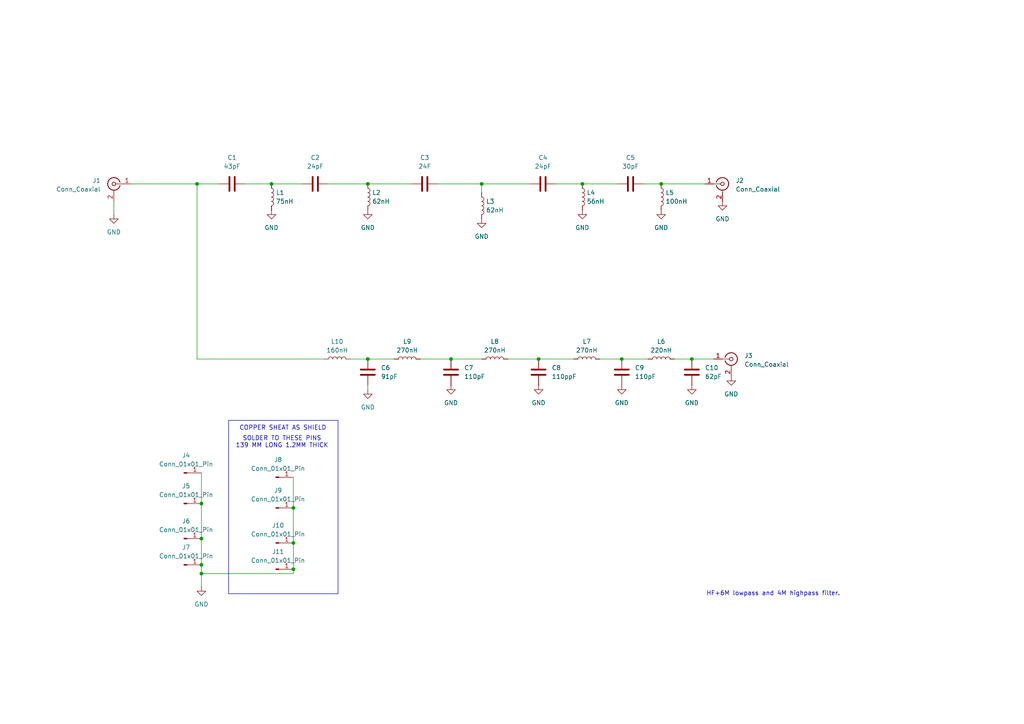
<source format=kicad_sch>
(kicad_sch (version 20231120) (generator "eeschema") (generator_version "8.0")
  (paper "A4")
  (lib_symbols
    (symbol "Connector:Conn_01x01_Pin" (pin_names (offset 1.016) hide)
      (property "Reference" "J" (at 0 2.54 0))
      (property "Value" "Conn_01x01_Pin" (at 0 -2.54 0))
      (symbol "Conn_01x01_Pin_1_1"
        (polyline (pts (xy 1.27 0) (xy 0.8636 0)) (stroke (width 0.1524)))
        (rectangle (start 0.8636 0.127) (end 0 -0.127) (stroke (width 0.1524)) (fill (type outline)))
        (pin passive line (at 5.08 0 180) (length 3.81) (name "Pin_1") (number "1"))
      )
    )
    (symbol "Connector:Conn_Coaxial" (pin_names (offset 1.016) hide)
      (property "Reference" "J" (at 0.254 3.048 0))
      (property "Value" "Conn_Coaxial" (at 2.921 0 90))
      (symbol "Conn_Coaxial_0_1"
        (arc (start -1.778 -0.508) (mid 0.2311 -1.8066) (end 1.778 0) (stroke (width 0.254)))
        (polyline (pts (xy -2.54 0) (xy -0.508 0)))
        (polyline (pts (xy 0 -2.54) (xy 0 -1.778)))
        (circle (center 0 0) (radius 0.508) (stroke (width 0.2032)))
        (arc (start 1.778 0) (mid 0.2099 1.8101) (end -1.778 0.508) (stroke (width 0.254)))
      )
      (symbol "Conn_Coaxial_1_1"
        (pin passive line (at -5.08 0 0) (length 2.54) (name "In") (number "1"))
        (pin passive line (at 0 -5.08 90) (length 2.54) (name "Ext") (number "2"))
      )
    )
    (symbol "Device:C" (pin_numbers hide) (pin_names (offset 0.254))
      (property "Reference" "C" (at 0.635 2.54 0))
      (property "Value" "C" (at 0.635 -2.54 0))
      (symbol "C_0_1"
        (polyline (pts (xy -2.032 -0.762) (xy 2.032 -0.762)) (stroke (width 0.508)))
        (polyline (pts (xy -2.032 0.762) (xy 2.032 0.762)) (stroke (width 0.508)))
      )
      (symbol "C_1_1"
        (pin passive line (at 0 3.81 270) (length 2.794) (name "~") (number "1"))
        (pin passive line (at 0 -3.81 90) (length 2.794) (name "~") (number "2"))
      )
    )
    (symbol "Device:L" (pin_numbers hide) (pin_names (offset 1.016) hide)
      (property "Reference" "L" (at -1.27 0 90))
      (property "Value" "L" (at 1.905 0 90))
      (symbol "L_0_1"
        (arc (start 0 -2.54) (mid 0.6323 -1.905) (end 0 -1.27))
        (arc (start 0 -1.27) (mid 0.6323 -0.635) (end 0 0))
        (arc (start 0 0) (mid 0.6323 0.635) (end 0 1.27))
        (arc (start 0 1.27) (mid 0.6323 1.905) (end 0 2.54))
      )
      (symbol "L_1_1"
        (pin passive line (at 0 3.81 270) (length 1.27) (name "1") (number "1"))
        (pin passive line (at 0 -3.81 90) (length 1.27) (name "2") (number "2"))
      )
    )
    (symbol "power:GND" (power) (pin_numbers hide) (pin_names (offset 0) hide)
      (property "Value" "GND" (at 0 -3.81 0))
      (symbol "GND_0_1"
        (polyline (pts (xy 0 0) (xy 0 -1.27) (xy 1.27 -1.27) (xy 0 -2.54) (xy -1.27 -1.27) (xy 0 -1.27)))
      )
      (symbol "GND_1_1"
        (pin power_in line (at 0 0 270) (length 0) (name "~") (number "1"))
      )
    )
  )
  (junction (at 168.91 53.34))
  (junction (at 58.42 166.37))
  (junction (at 57.15 53.34))
  (junction (at 85.09 157.48))
  (junction (at 106.68 53.34))
  (junction (at 180.34 104.14))
  (junction (at 139.7 53.34))
  (junction (at 58.42 163.83))
  (junction (at 200.66 104.14))
  (junction (at 191.77 53.34))
  (junction (at 156.21 104.14))
  (junction (at 58.42 156.21))
  (junction (at 106.68 104.14))
  (junction (at 85.09 165.1))
  (junction (at 130.81 104.14))
  (junction (at 58.42 146.05))
  (junction (at 78.74 53.34))
  (junction (at 85.09 147.32))
  (wire (pts (xy 180.34 104.14) (xy 187.96 104.14)))
  (wire (pts (xy 147.32 104.14) (xy 156.21 104.14)))
  (wire (pts (xy 85.09 165.1) (xy 85.09 166.37)))
  (wire (pts (xy 195.58 104.14) (xy 200.66 104.14)))
  (wire (pts (xy 130.81 104.14) (xy 139.7 104.14)))
  (wire (pts (xy 139.7 55.88) (xy 139.7 53.34)))
  (wire (pts (xy 85.09 147.32) (xy 85.09 157.48)))
  (wire (pts (xy 58.42 156.21) (xy 58.42 163.83)))
  (wire (pts (xy 139.7 53.34) (xy 153.67 53.34)))
  (wire (pts (xy 33.02 58.42) (xy 33.02 62.23)))
  (wire (pts (xy 78.74 53.34) (xy 87.63 53.34)))
  (wire (pts (xy 57.15 53.34) (xy 57.15 104.14)))
  (wire (pts (xy 173.99 104.14) (xy 180.34 104.14)))
  (wire (pts (xy 168.91 53.34) (xy 179.07 53.34)))
  (wire (pts (xy 58.42 163.83) (xy 58.42 166.37)))
  (wire (pts (xy 156.21 104.14) (xy 166.37 104.14)))
  (wire (pts (xy 121.92 104.14) (xy 130.81 104.14)))
  (wire (pts (xy 191.77 53.34) (xy 204.47 53.34)))
  (wire (pts (xy 58.42 137.16) (xy 58.42 146.05)))
  (wire (pts (xy 127 53.34) (xy 139.7 53.34)))
  (wire (pts (xy 71.12 53.34) (xy 78.74 53.34)))
  (wire (pts (xy 58.42 146.05) (xy 58.42 156.21)))
  (wire (pts (xy 85.09 157.48) (xy 85.09 165.1)))
  (wire (pts (xy 106.68 104.14) (xy 114.3 104.14)))
  (wire (pts (xy 93.98 104.14) (xy 57.15 104.14)))
  (wire (pts (xy 38.1 53.34) (xy 57.15 53.34)))
  (wire (pts (xy 101.6 104.14) (xy 106.68 104.14)))
  (wire (pts (xy 106.68 113.03) (xy 106.68 111.76)))
  (wire (pts (xy 85.09 138.43) (xy 85.09 147.32)))
  (wire (pts (xy 85.09 166.37) (xy 58.42 166.37)))
  (wire (pts (xy 186.69 53.34) (xy 191.77 53.34)))
  (wire (pts (xy 57.15 53.34) (xy 63.5 53.34)))
  (wire (pts (xy 58.42 166.37) (xy 58.42 170.18)))
  (wire (pts (xy 200.66 104.14) (xy 207.01 104.14)))
  (wire (pts (xy 95.25 53.34) (xy 106.68 53.34)))
  (wire (pts (xy 106.68 53.34) (xy 119.38 53.34)))
  (wire (pts (xy 161.29 53.34) (xy 168.91 53.34)))
  (rectangle (start 66.294 121.92) (end 98.044 172.212))
  (text "COPPER SHEAT AS SHIELD" (at 82.042 124.206 0) (effects (font (size 1.27 1.27))))
  (text "SOLDER TO THESE PINS\n139 MM LONG 1.2MM THICK" (at 81.788 128.27 0) (effects (font (size 1.27 1.27))))
  (text "HF+6M lowpass and 4M highpass filter." (at 224.282 172.212 0) (effects (font (size 1.27 1.27))))
  (symbol (lib_id "power:GND") (at 156.21 111.76 0) (unit 1)
    (property "Reference" "#PWR08" (effects (hide yes)))
    (property "Value" "GND" (at 156.21 116.84 0))
    (property "Description" "Power symbol creates a global label with name \"GND\" , ground" (effects (hide yes)))
  )
  (symbol (lib_id "Device:C") (at 106.68 107.95 180) (unit 1)
    (property "Reference" "C6" (at 110.49 106.6799 0) (effects (justify right)))
    (property "Value" "91pF" (at 110.49 109.2199 0) (effects (justify right)))
    (property "Footprint" "sparkfun-electromech:2525" (effects (hide yes)))
    (property "Description" "Unpolarized capacitor" (effects (hide yes)))
  )
  (symbol (lib_id "Device:C") (at 182.88 53.34 90) (unit 1)
    (property "Reference" "C5" (at 182.88 45.72 90))
    (property "Value" "30pF" (at 182.88 48.26 90))
    (property "Footprint" "sparkfun-electromech:2525" (effects (hide yes)))
    (property "Description" "Unpolarized capacitor" (effects (hide yes)))
  )
  (symbol (lib_id "Device:C") (at 157.48 53.34 90) (unit 1)
    (property "Reference" "C4" (at 157.48 45.72 90))
    (property "Value" "24pF" (at 157.48 48.26 90))
    (property "Footprint" "sparkfun-electromech:2525" (effects (hide yes)))
    (property "Description" "Unpolarized capacitor" (effects (hide yes)))
  )
  (symbol (lib_id "Device:L") (at 97.79 104.14 90) (unit 1)
    (property "Reference" "L10" (at 97.79 99.06 90))
    (property "Value" "160nH" (at 97.79 101.6 90))
    (property "Footprint" "sparkfun-electromech:L_Axial_L14.6-hand" (effects (hide yes)))
    (property "Description" "Inductor" (effects (hide yes)))
  )
  (symbol (lib_id "Device:L") (at 143.51 104.14 90) (unit 1)
    (property "Reference" "L8" (at 143.51 99.06 90))
    (property "Value" "270nH" (at 143.51 101.6 90))
    (property "Footprint" "sparkfun-electromech:L_Axial_L14.6-hand" (effects (hide yes)))
    (property "Description" "Inductor" (effects (hide yes)))
  )
  (symbol (lib_id "Device:C") (at 180.34 107.95 180) (unit 1)
    (property "Reference" "C9" (at 184.15 106.6799 0) (effects (justify right)))
    (property "Value" "110pF" (at 184.15 109.2199 0) (effects (justify right)))
    (property "Footprint" "sparkfun-electromech:2525" (effects (hide yes)))
    (property "Description" "Unpolarized capacitor" (effects (hide yes)))
  )
  (symbol (lib_id "Device:C") (at 91.44 53.34 90) (unit 1)
    (property "Reference" "C2" (at 91.44 45.72 90))
    (property "Value" "24pF" (at 91.44 48.26 90))
    (property "Footprint" "sparkfun-electromech:2525" (effects (hide yes)))
    (property "Description" "Unpolarized capacitor" (effects (hide yes)))
  )
  (symbol (lib_id "Device:C") (at 200.66 107.95 180) (unit 1)
    (property "Reference" "C10" (at 204.47 106.6799 0) (effects (justify right)))
    (property "Value" "62pF" (at 204.47 109.2199 0) (effects (justify right)))
    (property "Footprint" "sparkfun-electromech:2525" (effects (hide yes)))
    (property "Description" "Unpolarized capacitor" (effects (hide yes)))
  )
  (symbol (lib_id "power:GND") (at 139.7 63.5 0) (unit 1)
    (property "Reference" "#PWR03" (effects (hide yes)))
    (property "Value" "GND" (at 139.7 68.58 0))
    (property "Description" "Power symbol creates a global label with name \"GND\" , ground" (effects (hide yes)))
  )
  (symbol (lib_id "power:GND") (at 168.91 60.96 0) (unit 1)
    (property "Reference" "#PWR04" (effects (hide yes)))
    (property "Value" "GND" (at 168.91 66.04 0))
    (property "Description" "Power symbol creates a global label with name \"GND\" , ground" (effects (hide yes)))
  )
  (symbol (lib_id "power:GND") (at 78.74 60.96 0) (unit 1)
    (property "Reference" "#PWR01" (effects (hide yes)))
    (property "Value" "GND" (at 78.74 66.04 0))
    (property "Description" "Power symbol creates a global label with name \"GND\" , ground" (effects (hide yes)))
  )
  (symbol (lib_id "Device:L") (at 78.74 57.15 0) (unit 1)
    (property "Reference" "L1" (at 80.01 55.8799 0) (effects (justify left)))
    (property "Value" "75nH" (at 80.01 58.4199 0) (effects (justify left)))
    (property "Footprint" "sparkfun-electromech:L_Axial_L14.6-hand" (effects (hide yes)))
    (property "Description" "Inductor" (effects (hide yes)))
  )
  (symbol (lib_id "Connector:Conn_01x01_Pin") (at 53.34 156.21 0) (unit 1)
    (property "Reference" "J6" (at 53.975 151.13 0))
    (property "Value" "Conn_01x01_Pin" (at 53.975 153.67 0))
    (property "Footprint" "MountingHole:MountingHole_3.2mm_M3_DIN965_Pad" (effects (hide yes)))
    (property "Description" "Generic connector, single row, 01x01, script generated" (effects (hide yes)))
  )
  (symbol (lib_id "Device:L") (at 170.18 104.14 90) (unit 1)
    (property "Reference" "L7" (at 170.18 99.06 90))
    (property "Value" "270nH" (at 170.18 101.6 90))
    (property "Footprint" "sparkfun-electromech:L_Axial_L14.6-hand" (effects (hide yes)))
    (property "Description" "Inductor" (effects (hide yes)))
  )
  (symbol (lib_id "power:GND") (at 33.02 62.23 0) (unit 1)
    (property "Reference" "#PWR013" (effects (hide yes)))
    (property "Value" "GND" (at 33.02 67.31 0))
    (property "Description" "Power symbol creates a global label with name \"GND\" , ground" (effects (hide yes)))
  )
  (symbol (lib_id "Connector:Conn_01x01_Pin") (at 80.01 147.32 0) (unit 1)
    (property "Reference" "J9" (at 80.645 142.24 0))
    (property "Value" "Conn_01x01_Pin" (at 80.645 144.78 0))
    (property "Footprint" "MountingHole:MountingHole_3.2mm_M3_DIN965_Pad" (effects (hide yes)))
    (property "Description" "Generic connector, single row, 01x01, script generated" (effects (hide yes)))
  )
  (symbol (lib_id "Device:L") (at 168.91 57.15 0) (unit 1)
    (property "Reference" "L4" (at 170.18 55.8799 0) (effects (justify left)))
    (property "Value" "56nH" (at 170.18 58.4199 0) (effects (justify left)))
    (property "Footprint" "sparkfun-electromech:L_Axial_L14.6-hand" (effects (hide yes)))
    (property "Description" "Inductor" (effects (hide yes)))
  )
  (symbol (lib_id "Device:L") (at 118.11 104.14 90) (unit 1)
    (property "Reference" "L9" (at 118.11 99.06 90))
    (property "Value" "270nH" (at 118.11 101.6 90))
    (property "Footprint" "sparkfun-electromech:L_Axial_L14.6-hand" (effects (hide yes)))
    (property "Description" "Inductor" (effects (hide yes)))
  )
  (symbol (lib_id "Device:L") (at 106.68 57.15 0) (unit 1)
    (property "Reference" "L2" (at 107.95 55.8799 0) (effects (justify left)))
    (property "Value" "62nH" (at 107.95 58.4199 0) (effects (justify left)))
    (property "Footprint" "sparkfun-electromech:L_Axial_L14.6-hand" (effects (hide yes)))
    (property "Description" "Inductor" (effects (hide yes)))
  )
  (symbol (lib_id "power:GND") (at 106.68 113.03 0) (unit 1)
    (property "Reference" "#PWR06" (effects (hide yes)))
    (property "Value" "GND" (at 106.68 118.11 0))
    (property "Description" "Power symbol creates a global label with name \"GND\" , ground" (effects (hide yes)))
  )
  (symbol (lib_id "Device:L") (at 191.77 104.14 90) (unit 1)
    (property "Reference" "L6" (at 191.77 99.06 90))
    (property "Value" "220nH" (at 191.77 101.6 90))
    (property "Footprint" "sparkfun-electromech:L_Axial_L14.6-hand" (effects (hide yes)))
    (property "Description" "Inductor" (effects (hide yes)))
  )
  (symbol (lib_id "Connector:Conn_01x01_Pin") (at 80.01 157.48 0) (unit 1)
    (property "Reference" "J10" (at 80.645 152.4 0))
    (property "Value" "Conn_01x01_Pin" (at 80.645 154.94 0))
    (property "Footprint" "MountingHole:MountingHole_3.2mm_M3_DIN965_Pad" (effects (hide yes)))
    (property "Description" "Generic connector, single row, 01x01, script generated" (effects (hide yes)))
  )
  (symbol (lib_id "Connector:Conn_01x01_Pin") (at 53.34 137.16 0) (unit 1)
    (property "Reference" "J4" (at 53.975 132.08 0))
    (property "Value" "Conn_01x01_Pin" (at 53.975 134.62 0))
    (property "Footprint" "MountingHole:MountingHole_3.2mm_M3_DIN965_Pad" (effects (hide yes)))
    (property "Description" "Generic connector, single row, 01x01, script generated" (effects (hide yes)))
  )
  (symbol (lib_id "Device:C") (at 130.81 107.95 180) (unit 1)
    (property "Reference" "C7" (at 134.62 106.6799 0) (effects (justify right)))
    (property "Value" "110pF" (at 134.62 109.2199 0) (effects (justify right)))
    (property "Footprint" "sparkfun-electromech:2525" (effects (hide yes)))
    (property "Description" "Unpolarized capacitor" (effects (hide yes)))
  )
  (symbol (lib_id "power:GND") (at 106.68 60.96 0) (unit 1)
    (property "Reference" "#PWR02" (effects (hide yes)))
    (property "Value" "GND" (at 106.68 66.04 0))
    (property "Description" "Power symbol creates a global label with name \"GND\" , ground" (effects (hide yes)))
  )
  (symbol (lib_id "Device:L") (at 139.7 59.69 0) (unit 1)
    (property "Reference" "L3" (at 140.97 58.4199 0) (effects (justify left)))
    (property "Value" "62nH" (at 140.97 60.9599 0) (effects (justify left)))
    (property "Footprint" "sparkfun-electromech:L_Axial_L14.6-hand" (effects (hide yes)))
    (property "Description" "Inductor" (effects (hide yes)))
  )
  (symbol (lib_id "Connector:Conn_01x01_Pin") (at 53.34 163.83 0) (unit 1)
    (property "Reference" "J7" (at 53.975 158.75 0))
    (property "Value" "Conn_01x01_Pin" (at 53.975 161.29 0))
    (property "Footprint" "MountingHole:MountingHole_3.2mm_M3_DIN965_Pad" (effects (hide yes)))
    (property "Description" "Generic connector, single row, 01x01, script generated" (effects (hide yes)))
  )
  (symbol (lib_id "Connector:Conn_01x01_Pin") (at 53.34 146.05 0) (unit 1)
    (property "Reference" "J5" (at 53.975 140.97 0))
    (property "Value" "Conn_01x01_Pin" (at 53.975 143.51 0))
    (property "Footprint" "MountingHole:MountingHole_3.2mm_M3_DIN965_Pad" (effects (hide yes)))
    (property "Description" "Generic connector, single row, 01x01, script generated" (effects (hide yes)))
  )
  (symbol (lib_id "Device:L") (at 191.77 57.15 0) (unit 1)
    (property "Reference" "L5" (at 193.04 55.8799 0) (effects (justify left)))
    (property "Value" "100nH" (at 193.04 58.4199 0) (effects (justify left)))
    (property "Footprint" "sparkfun-electromech:L_Axial_L14.6-hand" (effects (hide yes)))
    (property "Description" "Inductor" (effects (hide yes)))
  )
  (symbol (lib_id "Device:C") (at 67.31 53.34 90) (unit 1)
    (property "Reference" "C1" (at 67.31 45.72 90))
    (property "Value" "43pF" (at 67.31 48.26 90))
    (property "Footprint" "sparkfun-electromech:2525" (effects (hide yes)))
    (property "Description" "Unpolarized capacitor" (effects (hide yes)))
  )
  (symbol (lib_id "Connector:Conn_01x01_Pin") (at 80.01 138.43 0) (unit 1)
    (property "Reference" "J8" (at 80.645 133.35 0))
    (property "Value" "Conn_01x01_Pin" (at 80.645 135.89 0))
    (property "Footprint" "MountingHole:MountingHole_3.2mm_M3_DIN965_Pad" (effects (hide yes)))
    (property "Description" "Generic connector, single row, 01x01, script generated" (effects (hide yes)))
  )
  (symbol (lib_id "Connector:Conn_01x01_Pin") (at 80.01 165.1 0) (unit 1)
    (property "Reference" "J11" (at 80.645 160.02 0))
    (property "Value" "Conn_01x01_Pin" (at 80.645 162.56 0))
    (property "Footprint" "MountingHole:MountingHole_3.2mm_M3_DIN965_Pad" (effects (hide yes)))
    (property "Description" "Generic connector, single row, 01x01, script generated" (effects (hide yes)))
  )
  (symbol (lib_id "power:GND") (at 200.66 111.76 0) (unit 1)
    (property "Reference" "#PWR010" (effects (hide yes)))
    (property "Value" "GND" (at 200.66 116.84 0))
    (property "Description" "Power symbol creates a global label with name \"GND\" , ground" (effects (hide yes)))
  )
  (symbol (lib_id "Device:C") (at 156.21 107.95 180) (unit 1)
    (property "Reference" "C8" (at 160.02 106.6799 0) (effects (justify right)))
    (property "Value" "110ppF" (at 160.02 109.2199 0) (effects (justify right)))
    (property "Footprint" "sparkfun-electromech:2525" (effects (hide yes)))
    (property "Description" "Unpolarized capacitor" (effects (hide yes)))
  )
  (symbol (lib_id "Device:C") (at 123.19 53.34 90) (unit 1)
    (property "Reference" "C3" (at 123.19 45.72 90))
    (property "Value" "24F" (at 123.19 48.26 90))
    (property "Footprint" "sparkfun-electromech:2525" (effects (hide yes)))
    (property "Description" "Unpolarized capacitor" (effects (hide yes)))
  )
  (symbol (lib_id "power:GND") (at 209.55 58.42 0) (unit 1)
    (property "Reference" "#PWR011" (effects (hide yes)))
    (property "Value" "GND" (at 209.55 63.5 0))
    (property "Description" "Power symbol creates a global label with name \"GND\" , ground" (effects (hide yes)))
  )
  (symbol (lib_id "power:GND") (at 191.77 60.96 0) (unit 1)
    (property "Reference" "#PWR05" (effects (hide yes)))
    (property "Value" "GND" (at 191.77 66.04 0))
    (property "Description" "Power symbol creates a global label with name \"GND\" , ground" (effects (hide yes)))
  )
  (symbol (lib_id "Connector:Conn_Coaxial") (at 212.09 104.14 0) (unit 1)
    (property "Reference" "J3" (at 215.9 103.1631 0) (effects (justify left)))
    (property "Value" "Conn_Coaxial" (at 215.9 105.7031 0) (effects (justify left)))
    (property "Footprint" "sparkfun-electromech:N-conn slanted" (effects (hide yes)))
    (property "Description" "coaxial connector (BNC, SMA, SMB, SMC, Cinch/RCA, LEMO, ...)" (effects (hide yes)))
  )
  (symbol (lib_id "Connector:Conn_Coaxial") (at 33.02 53.34 0) (mirror y) (unit 1)
    (property "Reference" "J1" (at 29.21 52.3631 0) (effects (justify left)))
    (property "Value" "Conn_Coaxial" (at 29.21 54.9031 0) (effects (justify left)))
    (property "Footprint" "sparkfun-electromech:UHF slanted" (effects (hide yes)))
    (property "Description" "coaxial connector (BNC, SMA, SMB, SMC, Cinch/RCA, LEMO, ...)" (effects (hide yes)))
  )
  (symbol (lib_id "power:GND") (at 212.09 109.22 0) (unit 1)
    (property "Reference" "#PWR012" (effects (hide yes)))
    (property "Value" "GND" (at 212.09 114.3 0))
    (property "Description" "Power symbol creates a global label with name \"GND\" , ground" (effects (hide yes)))
  )
  (symbol (lib_id "power:GND") (at 58.42 170.18 0) (unit 1)
    (property "Reference" "#PWR014" (effects (hide yes)))
    (property "Value" "GND" (at 58.42 175.26 0))
    (property "Description" "Power symbol creates a global label with name \"GND\" , ground" (effects (hide yes)))
  )
  (symbol (lib_id "power:GND") (at 180.34 111.76 0) (unit 1)
    (property "Reference" "#PWR09" (effects (hide yes)))
    (property "Value" "GND" (at 180.34 116.84 0))
    (property "Description" "Power symbol creates a global label with name \"GND\" , ground" (effects (hide yes)))
  )
  (symbol (lib_id "Connector:Conn_Coaxial") (at 209.55 53.34 0) (unit 1)
    (property "Reference" "J2" (at 213.36 52.3631 0) (effects (justify left)))
    (property "Value" "Conn_Coaxial" (at 213.36 54.9031 0) (effects (justify left)))
    (property "Footprint" "sparkfun-electromech:N-conn slanted" (effects (hide yes)))
    (property "Description" "coaxial connector (BNC, SMA, SMB, SMC, Cinch/RCA, LEMO, ...)" (effects (hide yes)))
  )
  (symbol (lib_id "power:GND") (at 130.81 111.76 0) (unit 1)
    (property "Reference" "#PWR07" (effects (hide yes)))
    (property "Value" "GND" (at 130.81 116.84 0))
    (property "Description" "Power symbol creates a global label with name \"GND\" , ground" (effects (hide yes)))
  )
)
</source>
